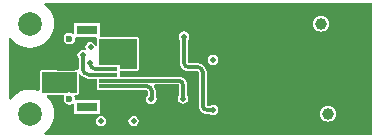
<source format=gbl>
G04*
G04 #@! TF.GenerationSoftware,Altium Limited,Altium Designer,18.1.7 (191)*
G04*
G04 Layer_Physical_Order=4*
G04 Layer_Color=16711680*
%FSLAX24Y24*%
%MOIN*%
G70*
G01*
G75*
%ADD22C,0.0236*%
%ADD23C,0.0394*%
%ADD25C,0.0120*%
%ADD33C,0.0787*%
%ADD34C,0.0200*%
%ADD35R,0.0709X0.0315*%
%ADD36R,0.0630X0.0118*%
G36*
X14450Y12900D02*
X13884Y12900D01*
Y13019D01*
X13525D01*
X13509Y13022D01*
X13200D01*
X13200Y13900D01*
X14450Y13900D01*
X14450Y12900D01*
D02*
G37*
G36*
X11716Y12800D02*
Y12781D01*
X12450D01*
X12450Y12100D01*
X12297D01*
X12295Y12102D01*
X12209Y12118D01*
X12124Y12102D01*
X12122Y12100D01*
X11300Y12100D01*
X11300Y12800D01*
X11716D01*
D02*
G37*
G36*
X22300Y10700D02*
X11387D01*
X11369Y10750D01*
X11468Y10832D01*
X11568Y10953D01*
X11643Y11092D01*
X11688Y11243D01*
X11704Y11400D01*
X11688Y11557D01*
X11643Y11708D01*
X11568Y11847D01*
X11468Y11968D01*
X11452Y11982D01*
X11469Y12029D01*
X12019Y12029D01*
X12042Y11985D01*
X12032Y11969D01*
X12018Y11896D01*
X12032Y11823D01*
X12074Y11760D01*
X12136Y11719D01*
X12209Y11704D01*
X12283Y11719D01*
X12326Y11747D01*
X12376Y11723D01*
Y11393D01*
X13224D01*
Y11848D01*
X12431D01*
X12399Y11887D01*
X12401Y11896D01*
X12387Y11969D01*
X12377Y11985D01*
X12400Y12029D01*
X12450D01*
X12477Y12034D01*
X12500Y12050D01*
X12516Y12073D01*
X12521Y12100D01*
X12521Y12709D01*
X12571Y12724D01*
X12615Y12668D01*
X12684Y12615D01*
X12764Y12582D01*
X12850Y12570D01*
Y12571D01*
X13124D01*
Y12180D01*
X13491D01*
X13509Y12177D01*
X14800D01*
Y12176D01*
X14811Y12171D01*
X14816Y12159D01*
X14817D01*
Y12012D01*
X14780Y11957D01*
X14767Y11890D01*
X14780Y11824D01*
X14818Y11768D01*
X14874Y11730D01*
X14940Y11717D01*
X15007Y11730D01*
X15063Y11768D01*
X15100Y11824D01*
X15114Y11890D01*
X15100Y11957D01*
X15083Y11984D01*
Y12159D01*
X15082Y12161D01*
X15073Y12233D01*
X15045Y12301D01*
X15027Y12324D01*
X15052Y12374D01*
X15851D01*
Y12373D01*
X15862Y12368D01*
X15867Y12356D01*
X15868D01*
Y12008D01*
X15840Y11966D01*
X15827Y11900D01*
X15840Y11834D01*
X15878Y11777D01*
X15934Y11740D01*
X16001Y11727D01*
X16067Y11740D01*
X16123Y11777D01*
X16161Y11834D01*
X16174Y11900D01*
X16161Y11966D01*
X16133Y12008D01*
Y12356D01*
X16133Y12358D01*
X16123Y12429D01*
X16095Y12498D01*
X16050Y12556D01*
X15992Y12601D01*
X15924Y12629D01*
X15852Y12638D01*
X15851Y12639D01*
X13894D01*
Y12829D01*
X14450Y12829D01*
X14477Y12834D01*
X14500Y12850D01*
X14516Y12873D01*
X14521Y12900D01*
X14521Y13900D01*
X14516Y13927D01*
X14500Y13950D01*
X14477Y13966D01*
X14450Y13971D01*
X13224Y13971D01*
Y14407D01*
X12376D01*
Y14077D01*
X12326Y14053D01*
X12283Y14081D01*
X12209Y14096D01*
X12136Y14081D01*
X12074Y14040D01*
X12032Y13977D01*
X12018Y13904D01*
X12032Y13831D01*
X12074Y13768D01*
X12136Y13727D01*
X12209Y13712D01*
X12283Y13727D01*
X12345Y13768D01*
X12387Y13831D01*
X12401Y13904D01*
X12399Y13913D01*
X12431Y13952D01*
X13092D01*
X13097Y13949D01*
X13129Y13902D01*
X13129Y13900D01*
Y13660D01*
X13079Y13655D01*
X13074Y13680D01*
X13036Y13736D01*
X12980Y13774D01*
X12914Y13787D01*
X12847Y13774D01*
X12791Y13736D01*
X12753Y13680D01*
X12740Y13614D01*
X12753Y13547D01*
X12756Y13544D01*
X12720Y13508D01*
X12716Y13510D01*
X12650Y13523D01*
X12584Y13510D01*
X12527Y13473D01*
X12490Y13416D01*
X12477Y13350D01*
X12490Y13284D01*
X12517Y13242D01*
Y12903D01*
X12517D01*
X12520Y12878D01*
X12478Y12847D01*
X12474Y12848D01*
X12450Y12852D01*
X11764D01*
X11744Y12866D01*
X11716Y12871D01*
X11300D01*
X11273Y12866D01*
X11250Y12850D01*
X11234Y12827D01*
X11229Y12800D01*
X11229Y12185D01*
X11179Y12151D01*
X11057Y12188D01*
X10900Y12204D01*
X10743Y12188D01*
X10592Y12143D01*
X10453Y12068D01*
X10332Y11968D01*
X10250Y11869D01*
X10200Y11887D01*
Y13913D01*
X10250Y13931D01*
X10332Y13832D01*
X10453Y13732D01*
X10592Y13657D01*
X10743Y13612D01*
X10900Y13596D01*
X11057Y13612D01*
X11208Y13657D01*
X11347Y13732D01*
X11468Y13832D01*
X11568Y13953D01*
X11643Y14092D01*
X11688Y14243D01*
X11704Y14400D01*
X11688Y14557D01*
X11643Y14708D01*
X11568Y14847D01*
X11468Y14968D01*
X11369Y15050D01*
X11387Y15100D01*
X22300D01*
Y10700D01*
D02*
G37*
%LPC*%
G36*
X20595Y14669D02*
X20526Y14660D01*
X20461Y14633D01*
X20405Y14590D01*
X20362Y14535D01*
X20335Y14470D01*
X20326Y14400D01*
X20335Y14330D01*
X20362Y14265D01*
X20405Y14210D01*
X20461Y14167D01*
X20526Y14140D01*
X20595Y14131D01*
X20665Y14140D01*
X20730Y14167D01*
X20786Y14210D01*
X20828Y14265D01*
X20855Y14330D01*
X20864Y14400D01*
X20855Y14470D01*
X20828Y14535D01*
X20786Y14590D01*
X20730Y14633D01*
X20665Y14660D01*
X20595Y14669D01*
D02*
G37*
G36*
X17000Y13364D02*
X16934Y13350D01*
X16877Y13313D01*
X16840Y13257D01*
X16827Y13190D01*
X16840Y13124D01*
X16877Y13068D01*
X16934Y13030D01*
X17000Y13017D01*
X17066Y13030D01*
X17123Y13068D01*
X17160Y13124D01*
X17173Y13190D01*
X17160Y13257D01*
X17123Y13313D01*
X17066Y13350D01*
X17000Y13364D01*
D02*
G37*
G36*
X16031Y14143D02*
X15964Y14130D01*
X15908Y14092D01*
X15870Y14036D01*
X15857Y13969D01*
X15870Y13903D01*
X15898Y13862D01*
Y13100D01*
X15898Y13098D01*
X15908Y13027D01*
X15936Y12959D01*
X15981Y12900D01*
X16039Y12855D01*
X16107Y12827D01*
X16179Y12818D01*
X16181Y12817D01*
X16500D01*
Y12816D01*
X16511Y12811D01*
X16516Y12800D01*
X16517D01*
Y11669D01*
X16518Y11668D01*
X16527Y11596D01*
X16555Y11528D01*
X16600Y11470D01*
X16659Y11425D01*
X16727Y11397D01*
X16798Y11387D01*
X16800Y11387D01*
X16892D01*
X16934Y11359D01*
X17000Y11346D01*
X17066Y11359D01*
X17123Y11397D01*
X17160Y11453D01*
X17173Y11519D01*
X17160Y11586D01*
X17123Y11642D01*
X17066Y11680D01*
X17000Y11693D01*
X16934Y11680D01*
X16892Y11652D01*
X16800D01*
Y11653D01*
X16789Y11658D01*
X16784Y11669D01*
X16783D01*
Y12800D01*
X16782Y12802D01*
X16773Y12873D01*
X16745Y12941D01*
X16700Y13000D01*
X16641Y13045D01*
X16573Y13073D01*
X16502Y13082D01*
X16500Y13083D01*
X16181D01*
Y13084D01*
X16169Y13089D01*
X16164Y13100D01*
X16163D01*
Y13862D01*
X16191Y13903D01*
X16204Y13969D01*
X16191Y14036D01*
X16153Y14092D01*
X16097Y14130D01*
X16031Y14143D01*
D02*
G37*
G36*
X20831Y11669D02*
X20762Y11660D01*
X20697Y11633D01*
X20641Y11590D01*
X20598Y11535D01*
X20572Y11470D01*
X20562Y11400D01*
X20572Y11330D01*
X20598Y11265D01*
X20641Y11210D01*
X20697Y11167D01*
X20762Y11140D01*
X20831Y11131D01*
X20901Y11140D01*
X20966Y11167D01*
X21022Y11210D01*
X21065Y11265D01*
X21091Y11330D01*
X21101Y11400D01*
X21091Y11470D01*
X21065Y11535D01*
X21022Y11590D01*
X20966Y11633D01*
X20901Y11660D01*
X20831Y11669D01*
D02*
G37*
G36*
X14350Y11323D02*
X14284Y11310D01*
X14227Y11273D01*
X14190Y11216D01*
X14177Y11150D01*
X14190Y11084D01*
X14227Y11027D01*
X14284Y10990D01*
X14350Y10977D01*
X14416Y10990D01*
X14473Y11027D01*
X14510Y11084D01*
X14523Y11150D01*
X14510Y11216D01*
X14473Y11273D01*
X14416Y11310D01*
X14350Y11323D01*
D02*
G37*
G36*
X13269D02*
X13203Y11310D01*
X13147Y11273D01*
X13109Y11216D01*
X13096Y11150D01*
X13109Y11084D01*
X13147Y11027D01*
X13203Y10990D01*
X13269Y10977D01*
X13336Y10990D01*
X13392Y11027D01*
X13430Y11084D01*
X13443Y11150D01*
X13430Y11216D01*
X13392Y11273D01*
X13336Y11310D01*
X13269Y11323D01*
D02*
G37*
%LPD*%
D22*
X12209Y13904D02*
D03*
Y11896D02*
D03*
D23*
X20595Y14400D02*
D03*
X20831Y11400D02*
D03*
D25*
X12914Y13614D02*
G03*
X12900Y13600I0J-14D01*
G01*
X12650Y12903D02*
G03*
X12850Y12703I200J0D01*
G01*
X12900Y13050D02*
G03*
X13050Y12900I150J0D01*
G01*
X16650Y11669D02*
G03*
X16800Y11519I150J0D01*
G01*
X16031Y13100D02*
G03*
X16181Y12950I150J0D01*
G01*
X16650Y12800D02*
G03*
X16500Y12950I-150J0D01*
G01*
X14950Y12159D02*
G03*
X14800Y12309I-150J0D01*
G01*
X14950Y11900D02*
G03*
X14940Y11890I0J-10D01*
G01*
X16001Y12356D02*
G03*
X15851Y12506I-150J0D01*
G01*
X12650Y12903D02*
Y13350D01*
X12850Y12703D02*
X13509D01*
X13050Y12900D02*
X13509D01*
X12900Y13050D02*
Y13100D01*
X16800Y11519D02*
X17000D01*
X16650Y11669D02*
Y12800D01*
X16031Y13100D02*
Y13969D01*
X16181Y12950D02*
X16500D01*
X13509Y12309D02*
X14800D01*
X14950Y11900D02*
Y12159D01*
X13509Y12506D02*
X15851D01*
X16001Y11900D02*
Y12356D01*
D33*
X10900Y11400D02*
D03*
Y14400D02*
D03*
D34*
X21900Y14200D02*
D03*
X21600Y13600D02*
D03*
X21900Y13000D02*
D03*
X21600Y12400D02*
D03*
X21900Y11800D02*
D03*
X21300Y14200D02*
D03*
X21000Y13600D02*
D03*
X21300Y13000D02*
D03*
X21000Y12400D02*
D03*
X21300Y11800D02*
D03*
X20400Y13600D02*
D03*
X20700Y13000D02*
D03*
X20400Y12400D02*
D03*
X20700Y11800D02*
D03*
X20100Y14200D02*
D03*
X19800Y13600D02*
D03*
X20100Y13000D02*
D03*
X19800Y12400D02*
D03*
X20100Y11800D02*
D03*
X19200Y14800D02*
D03*
Y12400D02*
D03*
Y11200D02*
D03*
X18600Y14800D02*
D03*
Y12400D02*
D03*
Y11200D02*
D03*
X18000Y14800D02*
D03*
Y12400D02*
D03*
Y11200D02*
D03*
X17400Y14800D02*
D03*
X16800D02*
D03*
X17100Y11800D02*
D03*
X16200Y14800D02*
D03*
X15600D02*
D03*
Y13600D02*
D03*
X15000Y14800D02*
D03*
X14400D02*
D03*
X13800D02*
D03*
X13200D02*
D03*
X12600D02*
D03*
Y11200D02*
D03*
X12000Y14800D02*
D03*
Y11200D02*
D03*
X11400Y13600D02*
D03*
X11100Y13000D02*
D03*
X10800Y12400D02*
D03*
X12650Y13350D02*
D03*
X12914Y13614D02*
D03*
X13269Y11150D02*
D03*
X14350D02*
D03*
X11500Y12300D02*
D03*
Y12600D02*
D03*
X14200Y13097D02*
D03*
Y13400D02*
D03*
Y13700D02*
D03*
X12900Y13100D02*
D03*
X16031Y13969D02*
D03*
X14940Y11890D02*
D03*
X16001Y11900D02*
D03*
X17000Y12610D02*
D03*
Y13190D02*
D03*
Y11519D02*
D03*
D35*
X12800Y11620D02*
D03*
Y14180D02*
D03*
D36*
X13509Y12309D02*
D03*
Y12506D02*
D03*
Y12703D02*
D03*
Y13491D02*
D03*
Y13294D02*
D03*
Y13097D02*
D03*
Y12900D02*
D03*
X12091Y12309D02*
D03*
Y12506D02*
D03*
Y12703D02*
D03*
Y13491D02*
D03*
Y13294D02*
D03*
Y13097D02*
D03*
Y12900D02*
D03*
M02*

</source>
